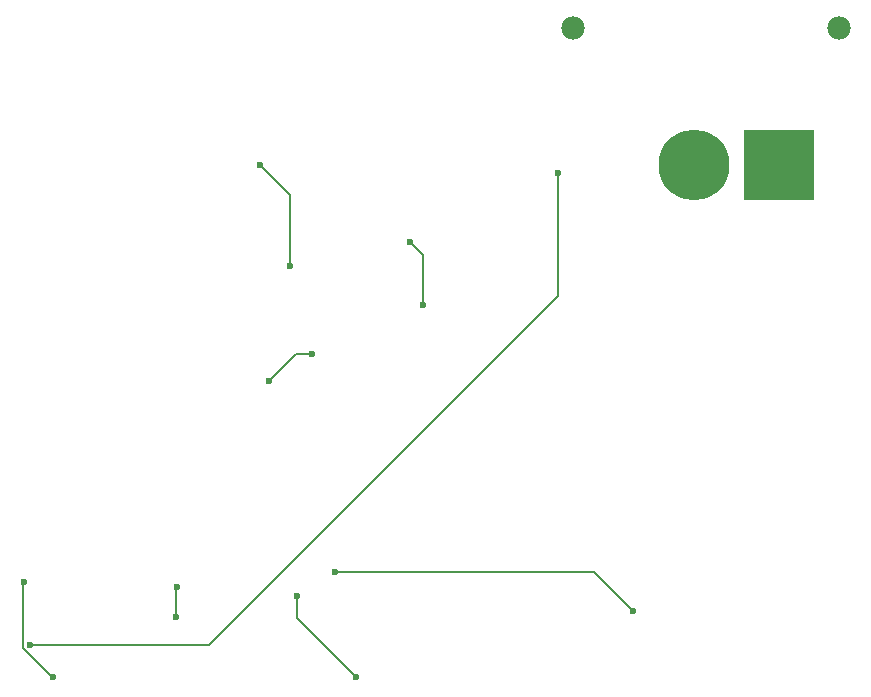
<source format=gbr>
%TF.GenerationSoftware,KiCad,Pcbnew,8.0.1*%
%TF.CreationDate,2024-03-28T16:14:10+02:00*%
%TF.ProjectId,power,706f7765-722e-46b6-9963-61645f706362,rev?*%
%TF.SameCoordinates,Original*%
%TF.FileFunction,Copper,L2,Bot*%
%TF.FilePolarity,Positive*%
%FSLAX46Y46*%
G04 Gerber Fmt 4.6, Leading zero omitted, Abs format (unit mm)*
G04 Created by KiCad (PCBNEW 8.0.1) date 2024-03-28 16:14:10*
%MOMM*%
%LPD*%
G01*
G04 APERTURE LIST*
%TA.AperFunction,ComponentPad*%
%ADD10C,6.000000*%
%TD*%
%TA.AperFunction,ComponentPad*%
%ADD11R,6.000000X6.000000*%
%TD*%
%TA.AperFunction,ComponentPad*%
%ADD12C,1.980000*%
%TD*%
%TA.AperFunction,ViaPad*%
%ADD13C,0.600000*%
%TD*%
%TA.AperFunction,Conductor*%
%ADD14C,0.200000*%
%TD*%
G04 APERTURE END LIST*
D10*
%TO.P,J2,N,NEG*%
%TO.N,GND*%
X124119000Y-72093000D03*
D11*
%TO.P,J2,P,POS*%
%TO.N,Net-(J2-POS)*%
X131319000Y-72093000D03*
%TD*%
D12*
%TO.P,F1,1*%
%TO.N,Net-(J2-POS)*%
X136385000Y-60536000D03*
%TO.P,F1,2*%
%TO.N,Net-(IC1-BAT)*%
X113885000Y-60536000D03*
%TD*%
D13*
%TO.N,VCC*%
X89916000Y-80645000D03*
X88138000Y-90424000D03*
X87376000Y-72136000D03*
X91821000Y-88138000D03*
%TO.N,Net-(IC1-CSP)*%
X100076000Y-78613000D03*
X101219000Y-83947000D03*
%TO.N,Net-(U3-DIS)*%
X93726000Y-106553000D03*
X118999000Y-109855000D03*
%TO.N,Net-(U3-R)*%
X90551000Y-108585000D03*
X95504000Y-115443000D03*
%TO.N,/V_BAT+*%
X67945000Y-112776000D03*
X112649000Y-72771000D03*
%TO.N,Net-(U1-OUTPUT)*%
X80264000Y-110363000D03*
X80391000Y-107823000D03*
%TO.N,Net-(Q2-Pad1)*%
X67437000Y-107442000D03*
X69850000Y-115443000D03*
%TD*%
D14*
%TO.N,VCC*%
X90424000Y-88138000D02*
X88138000Y-90424000D01*
X87376000Y-72136000D02*
X89916000Y-74676000D01*
X89916000Y-74676000D02*
X89916000Y-80645000D01*
X91821000Y-88138000D02*
X90424000Y-88138000D01*
%TO.N,Net-(IC1-CSP)*%
X100076000Y-78613000D02*
X101219000Y-79756000D01*
X101219000Y-79756000D02*
X101219000Y-83947000D01*
%TO.N,Net-(U3-DIS)*%
X115697000Y-106553000D02*
X118999000Y-109855000D01*
X93726000Y-106553000D02*
X115697000Y-106553000D01*
%TO.N,Net-(U3-R)*%
X90551000Y-110490000D02*
X95504000Y-115443000D01*
X90551000Y-108585000D02*
X90551000Y-110490000D01*
%TO.N,/V_BAT+*%
X83058000Y-112776000D02*
X112649000Y-83185000D01*
X112649000Y-83185000D02*
X112649000Y-72771000D01*
X67945000Y-112776000D02*
X83058000Y-112776000D01*
%TO.N,Net-(U1-OUTPUT)*%
X80264000Y-107950000D02*
X80391000Y-107823000D01*
X80264000Y-110363000D02*
X80264000Y-107950000D01*
%TO.N,Net-(Q2-Pad1)*%
X67345000Y-108804000D02*
X67345000Y-113024529D01*
X69850000Y-115529529D02*
X69763471Y-115443000D01*
X67345000Y-113024529D02*
X69763471Y-115443000D01*
X67345000Y-107534000D02*
X67437000Y-107442000D01*
X69763471Y-115443000D02*
X69850000Y-115443000D01*
X69850000Y-115443000D02*
X69850000Y-115529529D01*
X67345000Y-108804000D02*
X67345000Y-107534000D01*
%TD*%
M02*

</source>
